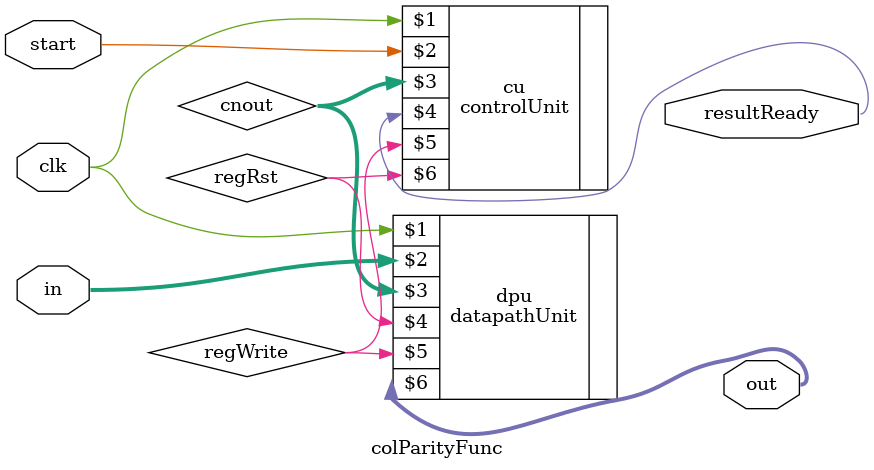
<source format=v>
`include "datapathUnit.v"
`include "controlUnit.v"
module colParityFunc(input clk, start, input[1599:0] in, output[1599:0] out, output resultReady);
	wire cntDone;
	wire regWrite, regRst;
	wire[5:0] cnout;

	datapathUnit dpu(clk, in, cnout, regRst, regWrite, out);
	controlUnit cu(clk, start, cnout, resultReady, regWrite, regRst);
endmodule

</source>
